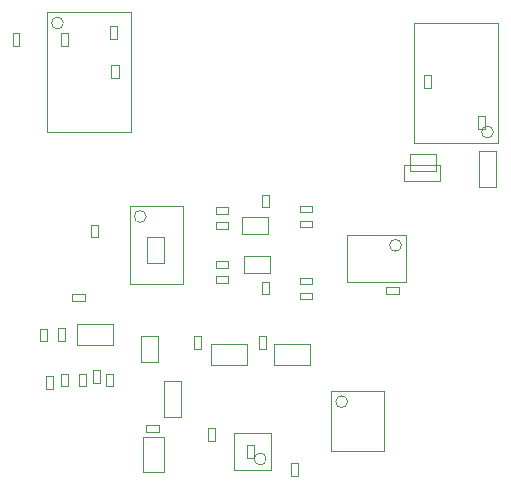
<source format=gbr>
G04 Layer_Color=16711935*
%FSLAX26Y26*%
%MOIN*%
%TF.FileFunction,Other,Mechanical_13*%
%TF.Part,Single*%
G01*
G75*
%TA.AperFunction,NonConductor*%
%ADD82C,0.003937*%
D82*
X945480Y685441D02*
G03*
X945480Y685441I-19685J0D01*
G01*
X1217016Y876465D02*
G03*
X1217016Y876465I-19685J0D01*
G01*
X1703039Y1775087D02*
G03*
X1703039Y1775087I-19685J0D01*
G01*
X545559Y1493945D02*
G03*
X545559Y1493945I-19685J0D01*
G01*
X1396701Y1397764D02*
G03*
X1396701Y1397764I-19685J0D01*
G01*
X269378Y2138827D02*
G03*
X269378Y2138827I-19685J0D01*
G01*
X101173Y2063331D02*
Y2104669D01*
X122827Y2063331D02*
Y2104669D01*
X101173Y2063331D02*
X122827D01*
X101173Y2104669D02*
X122827D01*
X961228Y650008D02*
Y772055D01*
X839181Y650008D02*
Y772055D01*
Y650008D02*
X961228D01*
X839181Y772055D02*
X961228D01*
X1161898Y711110D02*
Y911898D01*
X1339063Y711110D02*
Y911898D01*
X1161898D02*
X1339063D01*
X1161898Y711110D02*
X1339063D01*
X546189Y775882D02*
Y799504D01*
X589496Y775882D02*
Y799504D01*
X546189D02*
X589496D01*
X546189Y775882D02*
X589496D01*
X1030008Y672725D02*
X1053630D01*
X1030008Y629417D02*
X1053630D01*
Y672725D01*
X1030008Y629417D02*
Y672725D01*
X536898Y641229D02*
Y759339D01*
X605795Y641229D02*
Y759339D01*
X536898D02*
X605795D01*
X536898Y641229D02*
X605795D01*
X1472213Y1921803D02*
X1495835D01*
X1472213Y1965110D02*
X1495835D01*
Y1921803D02*
Y1965110D01*
X1472213Y1921803D02*
Y1965110D01*
X882370Y731780D02*
X905992D01*
X882370Y688472D02*
X905992D01*
X882370D02*
Y731780D01*
X905992Y688472D02*
Y731780D01*
X424213Y2083803D02*
X447835D01*
X424213Y2127110D02*
X447835D01*
Y2083803D02*
Y2127110D01*
X424213Y2083803D02*
Y2127110D01*
X262189Y2062347D02*
X285811D01*
X262189Y2105654D02*
X285811D01*
Y2062347D02*
Y2105654D01*
X262189Y2062347D02*
Y2105654D01*
X430213Y1997110D02*
X453835D01*
X430213Y1953803D02*
X453835D01*
X430213D02*
Y1997110D01*
X453835Y1953803D02*
Y1997110D01*
X549480Y1338150D02*
Y1424764D01*
X606567Y1338150D02*
Y1424764D01*
X549480D02*
X606567D01*
X549480Y1338150D02*
X606567D01*
X1425717Y1703000D02*
X1512331D01*
X1425717Y1645913D02*
X1512331D01*
Y1703000D01*
X1425717Y1645913D02*
Y1703000D01*
X1651213Y1828110D02*
X1674835D01*
X1651213Y1784803D02*
X1674835D01*
X1651213D02*
Y1828110D01*
X1674835Y1784803D02*
Y1828110D01*
X1344370Y1236646D02*
Y1260268D01*
X1387677Y1236646D02*
Y1260268D01*
X1344370Y1236646D02*
X1387677D01*
X1344370Y1260268D02*
X1387677D01*
X761216Y1000008D02*
X881294D01*
X761216Y1068906D02*
X881294D01*
X761216Y1000008D02*
Y1068906D01*
X881294Y1000008D02*
Y1068906D01*
X971386Y998443D02*
X1091465D01*
X971386Y1067341D02*
X1091465D01*
X971386Y998443D02*
Y1067341D01*
X1091465Y998443D02*
Y1067341D01*
X413197Y928788D02*
X434850D01*
X413197Y970126D02*
X434850D01*
X413197Y928788D02*
Y970126D01*
X434850Y928788D02*
Y970126D01*
X1655992Y1712094D02*
X1711110D01*
X1655992Y1592016D02*
X1711110D01*
X1655992D02*
Y1712094D01*
X1711110Y1592016D02*
Y1712094D01*
X1403984Y1611898D02*
Y1667016D01*
X1524063Y1611898D02*
Y1667016D01*
X1403984Y1611898D02*
X1524063D01*
X1403984Y1667016D02*
X1524063D01*
X778354Y1475284D02*
X819693D01*
X778354Y1453630D02*
X819693D01*
X778354D02*
Y1475284D01*
X819693Y1453630D02*
Y1475284D01*
X778354Y1503630D02*
X819693D01*
X778354Y1525284D02*
X819693D01*
Y1503630D02*
Y1525284D01*
X778354Y1503630D02*
Y1525284D01*
X1099693Y1458630D02*
Y1480284D01*
X1058354Y1458630D02*
Y1480284D01*
Y1458630D02*
X1099693D01*
X1058354Y1480284D02*
X1099693D01*
X252213Y1077803D02*
Y1121110D01*
X275835Y1077803D02*
Y1121110D01*
X252213Y1077803D02*
X275835D01*
X252213Y1121110D02*
X275835D01*
X1099693Y1508630D02*
Y1530284D01*
X1058354Y1508630D02*
Y1530284D01*
Y1508630D02*
X1099693D01*
X1058354Y1530284D02*
X1099693D01*
X297370Y1236268D02*
X340677D01*
X297370Y1212646D02*
X340677D01*
X297370D02*
Y1236268D01*
X340677Y1212646D02*
Y1236268D01*
X367213Y937803D02*
Y981110D01*
X390835Y937803D02*
Y981110D01*
X367213Y937803D02*
X390835D01*
X367213Y981110D02*
X390835D01*
X212213Y917803D02*
Y961110D01*
X235835Y917803D02*
Y961110D01*
X212213Y917803D02*
X235835D01*
X212213Y961110D02*
X235835D01*
X606779Y824299D02*
X661898D01*
X606779Y944378D02*
X661898D01*
Y824299D02*
Y944378D01*
X606779Y824299D02*
Y944378D01*
X527480Y1010150D02*
Y1096764D01*
X584567Y1010150D02*
Y1096764D01*
X527480Y1010150D02*
X584567D01*
X527480Y1096764D02*
X584567D01*
X865716Y1493000D02*
X952331D01*
X865716Y1435914D02*
X952331D01*
X865716D02*
Y1493000D01*
X952331Y1435914D02*
Y1493000D01*
X870716Y1363000D02*
X957331D01*
X870716Y1305914D02*
X957331D01*
X870716D02*
Y1363000D01*
X957331Y1305914D02*
Y1363000D01*
X752449Y787882D02*
X776071D01*
X752449Y744575D02*
X776071D01*
Y787882D01*
X752449Y744575D02*
Y787882D01*
X778354Y1295284D02*
X819693D01*
X778354Y1273630D02*
X819693D01*
X778354D02*
Y1295284D01*
X819693Y1273630D02*
Y1295284D01*
X921213Y1052803D02*
X944835D01*
X921213Y1096110D02*
X944835D01*
X921213Y1052803D02*
Y1096110D01*
X944835Y1052803D02*
Y1096110D01*
X193197Y1120126D02*
X214850D01*
X193197Y1078787D02*
X214850D01*
Y1120126D01*
X193197Y1078787D02*
Y1120126D01*
X1099693Y1218630D02*
Y1240284D01*
X1058354Y1218630D02*
Y1240284D01*
Y1218630D02*
X1099693D01*
X1058354Y1240284D02*
X1099693D01*
X263197Y928788D02*
X284850D01*
X263197Y970126D02*
X284850D01*
X263197Y928788D02*
Y970126D01*
X284850Y928788D02*
Y970126D01*
X778354Y1323630D02*
X819693D01*
X778354Y1345284D02*
X819693D01*
Y1323630D02*
Y1345284D01*
X778354Y1323630D02*
Y1345284D01*
X1099693Y1268630D02*
Y1290284D01*
X1058354Y1268630D02*
Y1290284D01*
Y1268630D02*
X1099693D01*
X1058354Y1290284D02*
X1099693D01*
X954850Y1233788D02*
Y1275126D01*
X933197Y1233788D02*
Y1275126D01*
X954850D01*
X933197Y1233788D02*
X954850D01*
X933197Y1523787D02*
Y1565126D01*
X954850Y1523787D02*
Y1565126D01*
X933197Y1523787D02*
X954850D01*
X933197Y1565126D02*
X954850D01*
X313984Y1065008D02*
X434063D01*
X313984Y1133906D02*
X434063D01*
X313984Y1065008D02*
Y1133906D01*
X434063Y1065008D02*
Y1133906D01*
X1439260Y2139260D02*
X1718787D01*
X1439260Y1739654D02*
X1718787D01*
X1439260D02*
Y2139260D01*
X1718787Y1739654D02*
Y2139260D01*
X363197Y1465126D02*
X384850D01*
X363197Y1423787D02*
X384850D01*
Y1465126D01*
X363197Y1423787D02*
Y1465126D01*
X323197Y970126D02*
X344850D01*
X323197Y928788D02*
X344850D01*
Y970126D01*
X323197Y928788D02*
Y970126D01*
X490441Y1269536D02*
Y1529378D01*
X667606Y1269536D02*
Y1529378D01*
X490441D02*
X667606D01*
X490441Y1269536D02*
X667606D01*
X1215598Y1433197D02*
X1412449D01*
X1215598Y1275717D02*
X1412449D01*
Y1433197D01*
X1215598Y1275717D02*
Y1433197D01*
X214260Y1774654D02*
X493787D01*
X214260Y2174260D02*
X493787D01*
Y1774654D02*
Y2174260D01*
X214260Y1774654D02*
Y2174260D01*
X705213Y1051803D02*
X728835D01*
X705213Y1095110D02*
X728835D01*
X705213Y1051803D02*
Y1095110D01*
X728835Y1051803D02*
Y1095110D01*
%TF.MD5,82121a9f3d60a92ad38e8b1b6f376109*%
M02*

</source>
